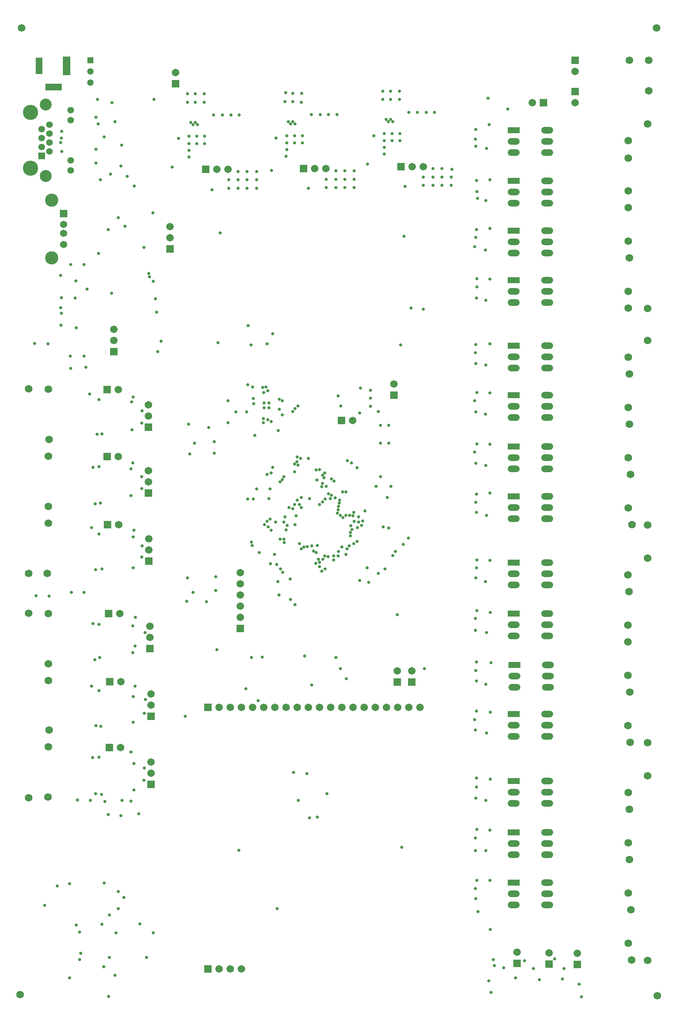
<source format=gbr>
%TF.GenerationSoftware,Altium Limited,Altium Designer,19.1.5 (86)*%
G04 Layer_Color=16711935*
%FSLAX26Y26*%
%MOIN*%
%TF.FileFunction,Soldermask,Bot*%
%TF.Part,Single*%
G01*
G75*
%TA.AperFunction,ComponentPad*%
%ADD77R,0.058000X0.058000*%
%ADD78C,0.058000*%
%ADD79R,0.067055X0.067055*%
%ADD80C,0.067055*%
%ADD81R,0.067055X0.067055*%
%ADD82R,0.108000X0.058000*%
%ADD83O,0.108000X0.058000*%
%ADD84C,0.118236*%
%ADD85C,0.065087*%
%ADD86R,0.065087X0.065087*%
%ADD87C,0.068000*%
%ADD88R,0.147764X0.059181*%
%ADD89R,0.059181X0.147764*%
%ADD90R,0.069024X0.169417*%
%ADD91R,0.059181X0.059181*%
%ADD92C,0.059181*%
%ADD93C,0.135953*%
%ADD94C,0.106425*%
%TA.AperFunction,ViaPad*%
%ADD95C,0.068000*%
%ADD96C,0.028000*%
%ADD97C,0.027685*%
D77*
X1775000Y9205000D02*
D03*
D78*
Y9105000D02*
D03*
Y9005000D02*
D03*
D79*
X5835000Y8825000D02*
D03*
X2810000Y8230000D02*
D03*
X3685000Y8235000D02*
D03*
X4560000Y8253780D02*
D03*
X4025000Y5980000D02*
D03*
X2830000Y3410000D02*
D03*
Y1065000D02*
D03*
X1945000Y3050000D02*
D03*
X1950000Y3640000D02*
D03*
X1940000Y4250000D02*
D03*
X1930000Y5045000D02*
D03*
X1925000Y5655000D02*
D03*
Y6255000D02*
D03*
D80*
X5735000Y8825000D02*
D03*
X2910000Y8230000D02*
D03*
X3010000D02*
D03*
X3785000Y8235000D02*
D03*
X3885000D02*
D03*
X4660000Y8253780D02*
D03*
X4760000D02*
D03*
X2490000Y7615000D02*
D03*
Y7715000D02*
D03*
X4495000Y6305000D02*
D03*
X1985000Y6695000D02*
D03*
Y6795000D02*
D03*
X2320000Y2820000D02*
D03*
Y2920000D02*
D03*
Y3430000D02*
D03*
Y3530000D02*
D03*
X2310000Y4035000D02*
D03*
Y4135000D02*
D03*
X4125000Y5980000D02*
D03*
X2300000Y4820000D02*
D03*
Y4920000D02*
D03*
X2295000Y5430000D02*
D03*
Y5530000D02*
D03*
Y6020000D02*
D03*
Y6120000D02*
D03*
X4655000Y3735000D02*
D03*
X4525000D02*
D03*
X2930000Y3410000D02*
D03*
X3030000D02*
D03*
X3130000D02*
D03*
X3230000D02*
D03*
X3330000D02*
D03*
X3430000D02*
D03*
X3530000D02*
D03*
X3630000D02*
D03*
X3730000D02*
D03*
X3830000D02*
D03*
X3930000D02*
D03*
X4030000D02*
D03*
X4130000D02*
D03*
X4230000D02*
D03*
X4330000D02*
D03*
X4430000D02*
D03*
X4530000D02*
D03*
X4630000D02*
D03*
X4730000D02*
D03*
X3130000Y1065000D02*
D03*
X3030000D02*
D03*
X2930000D02*
D03*
X2045000Y3050000D02*
D03*
X2050000Y3640000D02*
D03*
X2040000Y4250000D02*
D03*
X2030000Y5045000D02*
D03*
X2025000Y5655000D02*
D03*
Y6255000D02*
D03*
X6120000Y9105000D02*
D03*
X2540000Y9095000D02*
D03*
X6120000Y8825000D02*
D03*
X3120000Y4215000D02*
D03*
Y4315000D02*
D03*
Y4415000D02*
D03*
Y4515000D02*
D03*
Y4615000D02*
D03*
X6140000Y1205000D02*
D03*
X5885000Y1210000D02*
D03*
X5600000Y1215000D02*
D03*
D81*
X2490000Y7515000D02*
D03*
X4495000Y6205000D02*
D03*
X1985000Y6595000D02*
D03*
X2320000Y2720000D02*
D03*
Y3330000D02*
D03*
X2310000Y3935000D02*
D03*
X2300000Y4720000D02*
D03*
X2295000Y5330000D02*
D03*
Y5920000D02*
D03*
X4655000Y3635000D02*
D03*
X4525000D02*
D03*
X6120000Y9205000D02*
D03*
X2540000Y8995000D02*
D03*
X6120000Y8925000D02*
D03*
X3120000Y4115000D02*
D03*
X6140000Y1105000D02*
D03*
X5885000Y1110000D02*
D03*
X5600000Y1115000D02*
D03*
D82*
X5570000Y1840000D02*
D03*
Y2290000D02*
D03*
Y2750000D02*
D03*
Y3350000D02*
D03*
X5575000Y3790000D02*
D03*
X5570000Y4250000D02*
D03*
Y4705000D02*
D03*
Y5300000D02*
D03*
Y5745000D02*
D03*
Y6205000D02*
D03*
Y6650000D02*
D03*
Y7235000D02*
D03*
Y7680000D02*
D03*
Y8125000D02*
D03*
Y8580000D02*
D03*
D83*
Y1740000D02*
D03*
Y1640000D02*
D03*
X5870000Y1840000D02*
D03*
Y1740000D02*
D03*
Y1640000D02*
D03*
X5570000Y2190000D02*
D03*
Y2090000D02*
D03*
X5870000Y2290000D02*
D03*
Y2190000D02*
D03*
Y2090000D02*
D03*
X5570000Y2650000D02*
D03*
Y2550000D02*
D03*
X5870000Y2750000D02*
D03*
Y2650000D02*
D03*
Y2550000D02*
D03*
X5570000Y3250000D02*
D03*
Y3150000D02*
D03*
X5870000Y3350000D02*
D03*
Y3250000D02*
D03*
Y3150000D02*
D03*
X5575000Y3690000D02*
D03*
Y3590000D02*
D03*
X5875000Y3790000D02*
D03*
Y3690000D02*
D03*
Y3590000D02*
D03*
X5570000Y4150000D02*
D03*
Y4050000D02*
D03*
X5870000Y4250000D02*
D03*
Y4150000D02*
D03*
Y4050000D02*
D03*
X5570000Y4605000D02*
D03*
Y4505000D02*
D03*
X5870000Y4705000D02*
D03*
Y4605000D02*
D03*
Y4505000D02*
D03*
X5570000Y5200000D02*
D03*
Y5100000D02*
D03*
X5870000Y5300000D02*
D03*
Y5200000D02*
D03*
Y5100000D02*
D03*
X5570000Y5645000D02*
D03*
Y5545000D02*
D03*
X5870000Y5745000D02*
D03*
Y5645000D02*
D03*
Y5545000D02*
D03*
X5570000Y6105000D02*
D03*
Y6005000D02*
D03*
X5870000Y6205000D02*
D03*
Y6105000D02*
D03*
Y6005000D02*
D03*
X5570000Y6550000D02*
D03*
Y6450000D02*
D03*
X5870000Y6650000D02*
D03*
Y6550000D02*
D03*
Y6450000D02*
D03*
X5570000Y7135000D02*
D03*
Y7035000D02*
D03*
X5870000Y7235000D02*
D03*
Y7135000D02*
D03*
Y7035000D02*
D03*
X5570000Y7580000D02*
D03*
Y7480000D02*
D03*
X5870000Y7680000D02*
D03*
Y7580000D02*
D03*
Y7480000D02*
D03*
X5570000Y8025000D02*
D03*
Y7925000D02*
D03*
X5870000Y8125000D02*
D03*
Y8025000D02*
D03*
Y7925000D02*
D03*
X5570000Y8480000D02*
D03*
Y8380000D02*
D03*
X5870000Y8580000D02*
D03*
Y8480000D02*
D03*
Y8380000D02*
D03*
D84*
X1428347Y7436339D02*
D03*
Y7953661D02*
D03*
D85*
X1535039Y7557205D02*
D03*
Y7655630D02*
D03*
Y7734370D02*
D03*
D86*
Y7832795D02*
D03*
D87*
X1223976Y2600000D02*
D03*
Y4251575D02*
D03*
X6771024Y2795000D02*
D03*
Y1143425D02*
D03*
X6770000Y4745000D02*
D03*
Y3093425D02*
D03*
X1223976Y4610000D02*
D03*
Y6261575D02*
D03*
X6771024Y6695000D02*
D03*
Y5043425D02*
D03*
X6780000Y9205000D02*
D03*
Y8931378D02*
D03*
X6771024Y8635000D02*
D03*
Y6983425D02*
D03*
D88*
X1444921Y8966024D02*
D03*
D89*
X1316968Y9155000D02*
D03*
D90*
X1563032D02*
D03*
D91*
X1339921Y8349213D02*
D03*
D92*
X1410000Y8630315D02*
D03*
Y8389370D02*
D03*
X1339921Y8590157D02*
D03*
Y8429528D02*
D03*
X1410000Y8550000D02*
D03*
Y8469685D02*
D03*
X1339921Y8509843D02*
D03*
X1599764Y8759843D02*
D03*
Y8219685D02*
D03*
Y8669685D02*
D03*
Y8309843D02*
D03*
D93*
X1239921Y8239764D02*
D03*
Y8739764D02*
D03*
D94*
X1374961Y8169882D02*
D03*
Y8809646D02*
D03*
D95*
X1145000Y835000D02*
D03*
X6855000Y825000D02*
D03*
X6850000Y9495000D02*
D03*
X1160000D02*
D03*
X1400000Y3055000D02*
D03*
Y3650000D02*
D03*
Y4250000D02*
D03*
Y5060000D02*
D03*
Y5660000D02*
D03*
Y6260000D02*
D03*
X6595000Y1295000D02*
D03*
Y1745000D02*
D03*
Y2195000D02*
D03*
Y2645000D02*
D03*
X6593976Y3245000D02*
D03*
Y3695000D02*
D03*
Y4145000D02*
D03*
Y4595000D02*
D03*
X6595000Y5195000D02*
D03*
Y5645000D02*
D03*
Y6095000D02*
D03*
Y6545000D02*
D03*
Y7135000D02*
D03*
Y7585000D02*
D03*
Y8035000D02*
D03*
Y8485000D02*
D03*
X1395000Y2605000D02*
D03*
X1405000Y3205000D02*
D03*
X1400000Y3800000D02*
D03*
X1390000Y4610000D02*
D03*
X1400000Y5210000D02*
D03*
X1405000Y5810000D02*
D03*
X6625000Y1145000D02*
D03*
X6620000Y1595000D02*
D03*
X6605000Y2045000D02*
D03*
Y2495000D02*
D03*
X6613976Y3095000D02*
D03*
X6608976Y3545000D02*
D03*
X6593976Y3995000D02*
D03*
X6603976Y4445000D02*
D03*
X6630000Y5045000D02*
D03*
X6615000Y5495000D02*
D03*
X6605000Y5945000D02*
D03*
Y6395000D02*
D03*
X6595000Y6985000D02*
D03*
X6605000Y7435000D02*
D03*
X6595000Y7885000D02*
D03*
Y8330000D02*
D03*
X6605000Y9205000D02*
D03*
D96*
X4415000Y4650000D02*
D03*
X4065000Y4780000D02*
D03*
X4470000Y5390000D02*
D03*
X4335000D02*
D03*
X4115000Y5600000D02*
D03*
X4080000Y5620000D02*
D03*
X3395000Y5510000D02*
D03*
X3360000Y5495000D02*
D03*
X3235000Y5275000D02*
D03*
X3185000D02*
D03*
X3290000Y4795000D02*
D03*
X3220000Y4890000D02*
D03*
X3445000Y4690000D02*
D03*
X3500000Y4620000D02*
D03*
X3565000Y4560000D02*
D03*
X3880000Y4650000D02*
D03*
X3850000Y4630000D02*
D03*
X3510000Y5475000D02*
D03*
X3495000Y5450000D02*
D03*
X3475000Y5430000D02*
D03*
X3465000Y4415000D02*
D03*
X4400000Y5025000D02*
D03*
X3935000Y5455000D02*
D03*
X3875000Y5510000D02*
D03*
X3830000Y5540000D02*
D03*
X3855000Y5490000D02*
D03*
X3800000Y5535000D02*
D03*
X3870000Y5465000D02*
D03*
X4010000Y5266000D02*
D03*
X4035000Y5340000D02*
D03*
X4065000D02*
D03*
X4005000Y5240000D02*
D03*
X3909231Y5321000D02*
D03*
X3960000Y5435000D02*
D03*
X4000000Y5210000D02*
D03*
X3995000Y5180000D02*
D03*
X3990000Y5150000D02*
D03*
X4015000Y5130000D02*
D03*
X4065000D02*
D03*
X3970000Y5285000D02*
D03*
X4235000Y5170000D02*
D03*
X4120000Y5003846D02*
D03*
X4105000Y4975000D02*
D03*
Y4945000D02*
D03*
X4030000Y4845000D02*
D03*
X4000000Y4805000D02*
D03*
X3995000Y4765000D02*
D03*
X3360000Y5075000D02*
D03*
X3385000Y5095000D02*
D03*
Y5365000D02*
D03*
X3605000Y5225000D02*
D03*
X3650000D02*
D03*
X3557000Y5198000D02*
D03*
X3635000Y5580000D02*
D03*
X3605000Y5520000D02*
D03*
X3660000Y5640000D02*
D03*
X3605000Y5590000D02*
D03*
X3625000Y5610000D02*
D03*
X3630971Y5651000D02*
D03*
X4095000Y4855000D02*
D03*
X4075000Y4830000D02*
D03*
X3955000Y4765000D02*
D03*
Y4730000D02*
D03*
X3905000Y4760000D02*
D03*
X3875000Y4765000D02*
D03*
X3830000Y4708000D02*
D03*
X4165000Y4895000D02*
D03*
X4135000Y4875000D02*
D03*
X4449747Y5014746D02*
D03*
X3935000Y5309000D02*
D03*
X3730000Y5640000D02*
D03*
X3375000Y5280000D02*
D03*
X3225000Y4860000D02*
D03*
X3370000Y5025000D02*
D03*
X3335000Y5045000D02*
D03*
X3397884Y4995357D02*
D03*
X3510000Y4915000D02*
D03*
X3475000D02*
D03*
X3512559Y4885000D02*
D03*
X3425000Y4780000D02*
D03*
X3480000Y4650000D02*
D03*
X4450000Y5775000D02*
D03*
Y5935000D02*
D03*
X4375000D02*
D03*
Y5775000D02*
D03*
X1940000Y820000D02*
D03*
X1650000Y1460000D02*
D03*
X1945000Y1550000D02*
D03*
X1680000Y1395000D02*
D03*
X3450000Y1605000D02*
D03*
X4485472Y8655000D02*
D03*
X4465472Y8675000D02*
D03*
X4445472Y8655000D02*
D03*
X4425472Y8675000D02*
D03*
X4785000Y8740000D02*
D03*
X3910000Y8720000D02*
D03*
X3550000Y8655000D02*
D03*
X3570000Y8635000D02*
D03*
X3590000Y8655000D02*
D03*
X3610000Y8635000D02*
D03*
X3035000Y8715000D02*
D03*
X2735000Y8630000D02*
D03*
X2715000Y8650000D02*
D03*
X2695000Y8630000D02*
D03*
X1775000Y2575000D02*
D03*
X1880000Y1465000D02*
D03*
X3665000Y5200000D02*
D03*
X3330000Y6230000D02*
D03*
X3365000Y6245000D02*
D03*
X1800000Y5560000D02*
D03*
X2270000Y3480000D02*
D03*
X1405000Y4405000D02*
D03*
X4257500Y4660000D02*
D03*
X3695000Y3870000D02*
D03*
X5345000Y960000D02*
D03*
X1815000Y3835000D02*
D03*
X2170000Y8080000D02*
D03*
X2105000Y8165000D02*
D03*
X1395000Y6665000D02*
D03*
X1275000Y6670000D02*
D03*
X1290000Y4410000D02*
D03*
X4650000Y6985000D02*
D03*
X4760000Y6975000D02*
D03*
X2835000Y5915000D02*
D03*
X2655000Y5945000D02*
D03*
X2815000Y4355000D02*
D03*
X2640000Y4360000D02*
D03*
X3640000Y2575000D02*
D03*
X3595000Y2825000D02*
D03*
X2210000Y2455000D02*
D03*
X2140000Y2570000D02*
D03*
X1660000Y2580000D02*
D03*
X1600000Y6445000D02*
D03*
X1735000Y6455000D02*
D03*
X3360000Y6665000D02*
D03*
X3410000Y6755000D02*
D03*
X2885000Y5790000D02*
D03*
X2710000Y5775000D02*
D03*
X2900000Y4455000D02*
D03*
X2695000Y4440000D02*
D03*
X3170000Y3575000D02*
D03*
X3220000Y3855000D02*
D03*
X3760000Y3610000D02*
D03*
X3810000Y2425000D02*
D03*
X3895000Y2635000D02*
D03*
X1935000Y2450000D02*
D03*
X1905000Y2565000D02*
D03*
X3215000Y6655000D02*
D03*
X3190000Y6830000D02*
D03*
X2665000Y5680000D02*
D03*
X2885000Y5685000D02*
D03*
X2900000Y4580000D02*
D03*
X2645000Y4570000D02*
D03*
X3315000Y3860000D02*
D03*
X3280000Y3470000D02*
D03*
X3740000Y2420000D02*
D03*
X3715000Y2815000D02*
D03*
X2050000Y2440000D02*
D03*
X2060000Y2575000D02*
D03*
X1605000Y4440000D02*
D03*
X1720000D02*
D03*
X1595000Y6555000D02*
D03*
X1720000D02*
D03*
Y7375000D02*
D03*
X1600000D02*
D03*
X4585000Y7630000D02*
D03*
X2940000Y7660000D02*
D03*
X4555000Y6655000D02*
D03*
X2920000Y6675000D02*
D03*
X2910000Y3925000D02*
D03*
X4525000Y4240000D02*
D03*
X4565000Y2155000D02*
D03*
X3105000Y2130000D02*
D03*
X2280000Y1170000D02*
D03*
X1945000D02*
D03*
X3975000Y3855000D02*
D03*
X3460000Y5890000D02*
D03*
X4285000Y6180000D02*
D03*
X4195000Y6270000D02*
D03*
X3410000Y5560000D02*
D03*
X3390000Y4695000D02*
D03*
X4165000Y5555000D02*
D03*
X4135000Y5155000D02*
D03*
X4100000Y5130000D02*
D03*
X4180000Y5115000D02*
D03*
X1800000Y4160000D02*
D03*
X1795000Y2960000D02*
D03*
X2235000Y5955000D02*
D03*
X2240000Y6065000D02*
D03*
X2160000Y6190000D02*
D03*
X1770000Y6215000D02*
D03*
X1880000Y5860000D02*
D03*
X2235000Y5370000D02*
D03*
Y5475000D02*
D03*
X2155000Y5600000D02*
D03*
X1865000Y5240000D02*
D03*
X1785000Y5020000D02*
D03*
X2165000Y4995000D02*
D03*
X2240000Y4855000D02*
D03*
X2235000Y4755000D02*
D03*
X1880000Y4650000D02*
D03*
X2175000Y3960000D02*
D03*
X2265000Y4080000D02*
D03*
X2180000Y4215000D02*
D03*
X1860000Y3855000D02*
D03*
X2260000Y3355000D02*
D03*
X2175000Y3600000D02*
D03*
X1785000D02*
D03*
X1870000Y3240000D02*
D03*
X2255000Y2755000D02*
D03*
X2260000Y2865000D02*
D03*
X2140000Y3010000D02*
D03*
X1875000Y2630000D02*
D03*
X2055000Y8445000D02*
D03*
X2085000Y7720000D02*
D03*
X1965000Y7120000D02*
D03*
X4355000Y6060000D02*
D03*
X3185000Y6300000D02*
D03*
X2075000Y1705000D02*
D03*
X1690000Y1205000D02*
D03*
X1895000Y1085000D02*
D03*
X2220000Y1470000D02*
D03*
X1900000Y1835000D02*
D03*
X1590000Y1830000D02*
D03*
X6005000Y975000D02*
D03*
X5800000Y970000D02*
D03*
X5585000Y985000D02*
D03*
X5355000Y1860000D02*
D03*
X5320000Y2125000D02*
D03*
X5355000Y2310000D02*
D03*
X5320000Y2575000D02*
D03*
X5360000Y2765000D02*
D03*
X5325000Y3180000D02*
D03*
X5360000Y3365000D02*
D03*
X5320000Y3615000D02*
D03*
X5365000Y3810000D02*
D03*
X5325000Y4080000D02*
D03*
X5360000Y4260000D02*
D03*
X5315000Y4535000D02*
D03*
X5355000Y4725000D02*
D03*
X5325000Y5130000D02*
D03*
X5355000Y5330000D02*
D03*
X5320000Y5575000D02*
D03*
X5355000Y5765000D02*
D03*
X5315000Y6035000D02*
D03*
X5355000Y6225000D02*
D03*
X5320000Y6475000D02*
D03*
X5355000Y6665000D02*
D03*
X5320000Y7055000D02*
D03*
X5355000Y7245000D02*
D03*
X5315000Y7505000D02*
D03*
X5355000Y7700000D02*
D03*
X5320000Y7950000D02*
D03*
X5355000Y8135000D02*
D03*
X5325000Y8415000D02*
D03*
X5350000Y8630000D02*
D03*
X5250000Y1580000D02*
D03*
X5935000Y1155000D02*
D03*
X5665000Y1140000D02*
D03*
X5385000Y1150000D02*
D03*
X4545000Y8930000D02*
D03*
X4465000D02*
D03*
X4395000D02*
D03*
Y8855000D02*
D03*
X4465000D02*
D03*
X4545000D02*
D03*
X4630000Y8740000D02*
D03*
X4705000D02*
D03*
X4860000D02*
D03*
X4410000Y8365000D02*
D03*
Y8425000D02*
D03*
Y8485000D02*
D03*
X4480000D02*
D03*
X4550000D02*
D03*
Y8550000D02*
D03*
X4480000D02*
D03*
X4410000D02*
D03*
X4315000Y8530000D02*
D03*
X4260000Y8275000D02*
D03*
X3400000Y8220000D02*
D03*
X3755000Y8720000D02*
D03*
X3835000D02*
D03*
X3985000D02*
D03*
X3605000Y8530000D02*
D03*
X3675000D02*
D03*
Y8465000D02*
D03*
X3535000Y8405000D02*
D03*
X3530000Y8345000D02*
D03*
X3535000Y8465000D02*
D03*
X3605000D02*
D03*
X3535000Y8530000D02*
D03*
X3440000Y8510000D02*
D03*
X3665000Y8830000D02*
D03*
X3525000Y8915000D02*
D03*
X3520000Y8835000D02*
D03*
X3590000D02*
D03*
X3670000Y8910000D02*
D03*
X3590000D02*
D03*
X2795000Y8830000D02*
D03*
X2715000D02*
D03*
X2645000D02*
D03*
X2795000Y8905000D02*
D03*
X2715000D02*
D03*
X2645000D02*
D03*
X2660000Y8460000D02*
D03*
X2730000D02*
D03*
X2800000D02*
D03*
X2660000Y8525000D02*
D03*
X2730000D02*
D03*
X2800000D02*
D03*
X2660000Y8400000D02*
D03*
Y8340000D02*
D03*
X2510000Y8250000D02*
D03*
X2675000Y8650000D02*
D03*
X2565000Y8505000D02*
D03*
X3110000Y8715000D02*
D03*
X2960000D02*
D03*
X2880000D02*
D03*
X3015000Y8135000D02*
D03*
Y8060000D02*
D03*
X3100000D02*
D03*
Y8135000D02*
D03*
Y8210000D02*
D03*
X3180000Y8135000D02*
D03*
X3265000D02*
D03*
X3180000Y8060000D02*
D03*
X3265000D02*
D03*
X3180000Y8210000D02*
D03*
X3265000D02*
D03*
Y5365000D02*
D03*
X3250000Y5845000D02*
D03*
X2027795Y7795000D02*
D03*
X2255000Y7530000D02*
D03*
X5015000Y8230000D02*
D03*
X1513720Y6833721D02*
D03*
X1510610Y7279390D02*
D03*
X2340000Y7225000D02*
D03*
X2305000Y7265000D02*
D03*
X2300000Y7295000D02*
D03*
X1821890Y2636890D02*
D03*
X1853780Y2963780D02*
D03*
X2165000Y2905000D02*
D03*
Y2670000D02*
D03*
X2160000Y3505000D02*
D03*
Y3275000D02*
D03*
X1853780Y3558780D02*
D03*
X1825000Y3245000D02*
D03*
X1853780Y4153780D02*
D03*
X2155000Y3900000D02*
D03*
Y4140000D02*
D03*
X2160000Y4935000D02*
D03*
X2159488Y4659488D02*
D03*
X1853780Y4963780D02*
D03*
Y5566220D02*
D03*
Y6166220D02*
D03*
X1821890Y4641890D02*
D03*
X1818780Y5231221D02*
D03*
X2140000Y5305000D02*
D03*
Y5545000D02*
D03*
X1680000Y1150000D02*
D03*
X2025000Y1605000D02*
D03*
X5240000Y1860000D02*
D03*
Y2315000D02*
D03*
X5235000Y2775000D02*
D03*
Y3375000D02*
D03*
Y3815000D02*
D03*
X5240000Y4275000D02*
D03*
Y4730000D02*
D03*
X5235000Y5320000D02*
D03*
X5240000Y5770000D02*
D03*
Y6230000D02*
D03*
X5230000Y6660000D02*
D03*
X5240000Y7250000D02*
D03*
X5235000Y7690000D02*
D03*
Y8130000D02*
D03*
X5230000Y8585000D02*
D03*
X6020000Y1070000D02*
D03*
X5745000D02*
D03*
X5480000Y1075000D02*
D03*
X4770000Y3755000D02*
D03*
X1995000Y8655000D02*
D03*
X1900000Y8520000D02*
D03*
X3320000Y6275000D02*
D03*
X3350000Y6280000D02*
D03*
X2335000Y7840000D02*
D03*
X2410000Y6690000D02*
D03*
X2380000Y6595000D02*
D03*
X2370000Y6950000D02*
D03*
X2360000Y7070000D02*
D03*
X4510000Y4805000D02*
D03*
X4140000Y5075000D02*
D03*
X4108760Y5035529D02*
D03*
X4435000Y5290000D02*
D03*
X3890000Y5390000D02*
D03*
X4375000Y5475000D02*
D03*
X4355000Y4610000D02*
D03*
X4190000Y4545000D02*
D03*
X4015000Y3755000D02*
D03*
X4270000Y4530000D02*
D03*
X4170000Y5020811D02*
D03*
X4180000Y5070000D02*
D03*
X4130000Y5125000D02*
D03*
X4040000Y5110000D02*
D03*
X3820000Y4735000D02*
D03*
X3795000Y4700000D02*
D03*
X3470000Y6170000D02*
D03*
X3495000Y6030000D02*
D03*
X3830000Y5225000D02*
D03*
X3665000Y5290000D02*
D03*
X3630000Y5265000D02*
D03*
X3860000Y4735000D02*
D03*
X3740000Y5280000D02*
D03*
X4215000Y5080000D02*
D03*
X3325000Y5960000D02*
D03*
X3855000Y5250000D02*
D03*
X3880000Y5275000D02*
D03*
X3635000Y6110000D02*
D03*
X3610000Y6085000D02*
D03*
X3590000Y6060000D02*
D03*
X3470000Y6080000D02*
D03*
X3775000Y4810000D02*
D03*
X3365000Y5985000D02*
D03*
X3510000Y5070000D02*
D03*
X3810000Y4860000D02*
D03*
X3540000Y5040000D02*
D03*
X3690000Y4845000D02*
D03*
X3720000Y4850000D02*
D03*
X3760000Y4855000D02*
D03*
X3800000Y4795000D02*
D03*
X4205000Y5040000D02*
D03*
X3830000Y4670000D02*
D03*
X3995000Y6200000D02*
D03*
X4285000Y6250000D02*
D03*
X3665000Y4830000D02*
D03*
X3590000Y5190000D02*
D03*
X3650000Y4875000D02*
D03*
X3620000Y5125000D02*
D03*
X3610000Y5045000D02*
D03*
X3530000Y5000000D02*
D03*
X3925000Y5280000D02*
D03*
X3805000Y5445000D02*
D03*
X1480000Y1810000D02*
D03*
X2625000Y3330000D02*
D03*
X3435000Y5070000D02*
D03*
X3518883Y5115000D02*
D03*
X3850000Y5385000D02*
D03*
X3855000Y5415000D02*
D03*
X4760000Y8160000D02*
D03*
Y8085000D02*
D03*
X4845000D02*
D03*
Y8160000D02*
D03*
Y8235000D02*
D03*
X4925000Y8160000D02*
D03*
X5010000D02*
D03*
X4925000Y8085000D02*
D03*
X5010000D02*
D03*
X4925000Y8235000D02*
D03*
X4140000Y8215000D02*
D03*
X4055000D02*
D03*
X4140000Y8065000D02*
D03*
X4055000D02*
D03*
X4140000Y8140000D02*
D03*
X4055000D02*
D03*
X3975000Y8215000D02*
D03*
Y8140000D02*
D03*
Y8065000D02*
D03*
X3890000D02*
D03*
Y8140000D02*
D03*
X5225000Y8500000D02*
D03*
X2345000Y8855000D02*
D03*
X5515000Y8770000D02*
D03*
X5340000Y8865000D02*
D03*
X4070000Y3665000D02*
D03*
X2025000Y1760000D02*
D03*
X2340000Y1390000D02*
D03*
X2005000D02*
D03*
X1995000Y1010000D02*
D03*
X1590000Y985000D02*
D03*
X1365000Y1635000D02*
D03*
X6155000Y930000D02*
D03*
X5365000Y855000D02*
D03*
X6175000Y815000D02*
D03*
X5360000Y1420000D02*
D03*
X5395000Y1095000D02*
D03*
X5225000Y1785000D02*
D03*
X5230000Y1695000D02*
D03*
X5225000Y2240000D02*
D03*
Y2125000D02*
D03*
X5235000Y2695000D02*
D03*
X5230000Y2595000D02*
D03*
X5220000Y3300000D02*
D03*
X5225000Y3205000D02*
D03*
X5230000Y3740000D02*
D03*
X5235000Y3645000D02*
D03*
X5225000Y4205000D02*
D03*
Y4100000D02*
D03*
X5230000Y4570000D02*
D03*
X5235000Y4660000D02*
D03*
X5230000Y5245000D02*
D03*
X5235000Y5155000D02*
D03*
X5220000Y5695000D02*
D03*
X5230000Y5595000D02*
D03*
X5220000Y6155000D02*
D03*
X5230000Y6055000D02*
D03*
X5225000Y6585000D02*
D03*
X5230000Y6490000D02*
D03*
X5240000Y7175000D02*
D03*
X5235000Y7075000D02*
D03*
X5220000Y7535000D02*
D03*
X5230000Y7620000D02*
D03*
X5240000Y8030000D02*
D03*
X5245000Y7970000D02*
D03*
X5230000Y8435000D02*
D03*
X1835000Y5855000D02*
D03*
X2145000Y6145000D02*
D03*
X2150000Y5895000D02*
D03*
X1645000Y7230000D02*
D03*
X1515000Y6940000D02*
D03*
Y7080000D02*
D03*
X1510000Y6990000D02*
D03*
X1650000Y6810000D02*
D03*
X1640000Y7075000D02*
D03*
X1745000Y7155000D02*
D03*
X1935000Y7690000D02*
D03*
X1850000Y7475000D02*
D03*
X1825000Y8285000D02*
D03*
Y8410000D02*
D03*
Y8695000D02*
D03*
X1840000Y8855000D02*
D03*
X1970000Y8825000D02*
D03*
X1955000Y8185000D02*
D03*
X1865000Y8135000D02*
D03*
X2050000Y8260000D02*
D03*
X1845000Y8635000D02*
D03*
X1520000Y8390000D02*
D03*
X1510000Y8470000D02*
D03*
X1520000Y8570000D02*
D03*
X1515000Y8510000D02*
D03*
X4595000Y8075000D02*
D03*
X3730000Y8060000D02*
D03*
X2865000Y8045000D02*
D03*
X3455000Y4535000D02*
D03*
X4020000Y6110000D02*
D03*
X4285000Y6105000D02*
D03*
X4190000Y6045000D02*
D03*
X3495000Y6155000D02*
D03*
X3235000Y6175000D02*
D03*
X3240000Y6130000D02*
D03*
X3325000Y5995000D02*
D03*
X3395000Y5970000D02*
D03*
X3230000Y6280000D02*
D03*
X3175000Y6055000D02*
D03*
X3009419Y5959419D02*
D03*
X3080000Y6055000D02*
D03*
X3009419Y6155581D02*
D03*
X4580000Y4870000D02*
D03*
X4625000Y4925000D02*
D03*
X4485000Y4770000D02*
D03*
X3610000Y4330000D02*
D03*
X3570000Y4375000D02*
D03*
D97*
X3333150Y6136811D02*
D03*
X3376457D02*
D03*
X3333150Y6093504D02*
D03*
X3376457D02*
D03*
%TF.MD5,63191ac3066102130c7b8fef01ae324a*%
M02*

</source>
